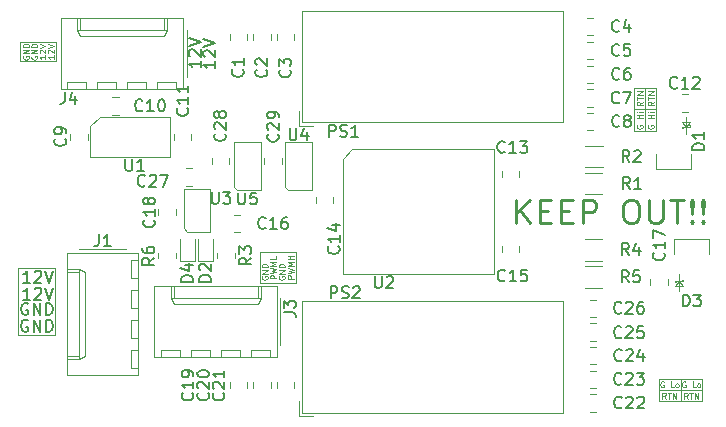
<source format=gto>
G04 #@! TF.GenerationSoftware,KiCad,Pcbnew,(5.1.6)-1*
G04 #@! TF.CreationDate,2021-04-15T23:13:23+02:00*
G04 #@! TF.ProjectId,GateDriver,47617465-4472-4697-9665-722e6b696361,rev?*
G04 #@! TF.SameCoordinates,Original*
G04 #@! TF.FileFunction,Legend,Top*
G04 #@! TF.FilePolarity,Positive*
%FSLAX46Y46*%
G04 Gerber Fmt 4.6, Leading zero omitted, Abs format (unit mm)*
G04 Created by KiCad (PCBNEW (5.1.6)-1) date 2021-04-15 23:13:23*
%MOMM*%
%LPD*%
G01*
G04 APERTURE LIST*
%ADD10C,0.120000*%
%ADD11C,0.125000*%
%ADD12C,0.150000*%
%ADD13C,0.254000*%
%ADD14C,0.050000*%
G04 APERTURE END LIST*
D10*
X55750000Y-54750000D02*
X58850000Y-54750000D01*
X55750000Y-53100000D02*
X55750000Y-54750000D01*
X58850000Y-53100000D02*
X55750000Y-53100000D01*
X58850000Y-54750000D02*
X58850000Y-53100000D01*
X58700000Y-72300000D02*
X58700000Y-77900000D01*
X55600000Y-72300000D02*
X58700000Y-72300000D01*
X55600000Y-77900000D02*
X55600000Y-72300000D01*
X58700000Y-77900000D02*
X55600000Y-77900000D01*
X76050000Y-70950000D02*
X76050000Y-73500000D01*
X79150000Y-70950000D02*
X76050000Y-70950000D01*
X79150000Y-73500000D02*
X79150000Y-70950000D01*
X76050000Y-73500000D02*
X79150000Y-73500000D01*
D11*
X112111904Y-81900000D02*
X112064285Y-81876190D01*
X111992857Y-81876190D01*
X111921428Y-81900000D01*
X111873809Y-81947619D01*
X111850000Y-81995238D01*
X111826190Y-82090476D01*
X111826190Y-82161904D01*
X111850000Y-82257142D01*
X111873809Y-82304761D01*
X111921428Y-82352380D01*
X111992857Y-82376190D01*
X112040476Y-82376190D01*
X112111904Y-82352380D01*
X112135714Y-82328571D01*
X112135714Y-82161904D01*
X112040476Y-82161904D01*
X112969047Y-82376190D02*
X112730952Y-82376190D01*
X112730952Y-81876190D01*
X113207142Y-82376190D02*
X113159523Y-82352380D01*
X113135714Y-82328571D01*
X113111904Y-82280952D01*
X113111904Y-82138095D01*
X113135714Y-82090476D01*
X113159523Y-82066666D01*
X113207142Y-82042857D01*
X113278571Y-82042857D01*
X113326190Y-82066666D01*
X113350000Y-82090476D01*
X113373809Y-82138095D01*
X113373809Y-82280952D01*
X113350000Y-82328571D01*
X113326190Y-82352380D01*
X113278571Y-82376190D01*
X113207142Y-82376190D01*
X110452380Y-83326190D02*
X110285714Y-83088095D01*
X110166666Y-83326190D02*
X110166666Y-82826190D01*
X110357142Y-82826190D01*
X110404761Y-82850000D01*
X110428571Y-82873809D01*
X110452380Y-82921428D01*
X110452380Y-82992857D01*
X110428571Y-83040476D01*
X110404761Y-83064285D01*
X110357142Y-83088095D01*
X110166666Y-83088095D01*
X110595238Y-82826190D02*
X110880952Y-82826190D01*
X110738095Y-83326190D02*
X110738095Y-82826190D01*
X111047619Y-83326190D02*
X111047619Y-82826190D01*
X111333333Y-83326190D01*
X111333333Y-82826190D01*
X110261904Y-81900000D02*
X110214285Y-81876190D01*
X110142857Y-81876190D01*
X110071428Y-81900000D01*
X110023809Y-81947619D01*
X110000000Y-81995238D01*
X109976190Y-82090476D01*
X109976190Y-82161904D01*
X110000000Y-82257142D01*
X110023809Y-82304761D01*
X110071428Y-82352380D01*
X110142857Y-82376190D01*
X110190476Y-82376190D01*
X110261904Y-82352380D01*
X110285714Y-82328571D01*
X110285714Y-82161904D01*
X110190476Y-82161904D01*
X111119047Y-82376190D02*
X110880952Y-82376190D01*
X110880952Y-81876190D01*
X111357142Y-82376190D02*
X111309523Y-82352380D01*
X111285714Y-82328571D01*
X111261904Y-82280952D01*
X111261904Y-82138095D01*
X111285714Y-82090476D01*
X111309523Y-82066666D01*
X111357142Y-82042857D01*
X111428571Y-82042857D01*
X111476190Y-82066666D01*
X111500000Y-82090476D01*
X111523809Y-82138095D01*
X111523809Y-82280952D01*
X111500000Y-82328571D01*
X111476190Y-82352380D01*
X111428571Y-82376190D01*
X111357142Y-82376190D01*
X112302380Y-83326190D02*
X112135714Y-83088095D01*
X112016666Y-83326190D02*
X112016666Y-82826190D01*
X112207142Y-82826190D01*
X112254761Y-82850000D01*
X112278571Y-82873809D01*
X112302380Y-82921428D01*
X112302380Y-82992857D01*
X112278571Y-83040476D01*
X112254761Y-83064285D01*
X112207142Y-83088095D01*
X112016666Y-83088095D01*
X112445238Y-82826190D02*
X112730952Y-82826190D01*
X112588095Y-83326190D02*
X112588095Y-82826190D01*
X112897619Y-83326190D02*
X112897619Y-82826190D01*
X113183333Y-83326190D01*
X113183333Y-82826190D01*
D10*
X109850000Y-82600000D02*
X113450000Y-82600000D01*
X113500000Y-81650000D02*
X113500000Y-83500000D01*
X109850000Y-83500000D02*
X109850000Y-81650000D01*
X111700000Y-81650000D02*
X111700000Y-83500000D01*
X109850000Y-81650000D02*
X113450000Y-81650000D01*
X113500000Y-83500000D02*
X109850000Y-83500000D01*
X108700000Y-60650000D02*
X108700000Y-57050000D01*
X107750000Y-58800000D02*
X109600000Y-58800000D01*
X107750000Y-60650000D02*
X107750000Y-57050000D01*
X109600000Y-60650000D02*
X107750000Y-60650000D01*
X109600000Y-57050000D02*
X109600000Y-60650000D01*
X107750000Y-57050000D02*
X109600000Y-57050000D01*
D11*
X109426190Y-58197619D02*
X109188095Y-58364285D01*
X109426190Y-58483333D02*
X108926190Y-58483333D01*
X108926190Y-58292857D01*
X108950000Y-58245238D01*
X108973809Y-58221428D01*
X109021428Y-58197619D01*
X109092857Y-58197619D01*
X109140476Y-58221428D01*
X109164285Y-58245238D01*
X109188095Y-58292857D01*
X109188095Y-58483333D01*
X108926190Y-58054761D02*
X108926190Y-57769047D01*
X109426190Y-57911904D02*
X108926190Y-57911904D01*
X109426190Y-57602380D02*
X108926190Y-57602380D01*
X109426190Y-57316666D01*
X108926190Y-57316666D01*
X108476190Y-58197619D02*
X108238095Y-58364285D01*
X108476190Y-58483333D02*
X107976190Y-58483333D01*
X107976190Y-58292857D01*
X108000000Y-58245238D01*
X108023809Y-58221428D01*
X108071428Y-58197619D01*
X108142857Y-58197619D01*
X108190476Y-58221428D01*
X108214285Y-58245238D01*
X108238095Y-58292857D01*
X108238095Y-58483333D01*
X107976190Y-58054761D02*
X107976190Y-57769047D01*
X108476190Y-57911904D02*
X107976190Y-57911904D01*
X108476190Y-57602380D02*
X107976190Y-57602380D01*
X108476190Y-57316666D01*
X107976190Y-57316666D01*
X108950000Y-60190476D02*
X108926190Y-60238095D01*
X108926190Y-60309523D01*
X108950000Y-60380952D01*
X108997619Y-60428571D01*
X109045238Y-60452380D01*
X109140476Y-60476190D01*
X109211904Y-60476190D01*
X109307142Y-60452380D01*
X109354761Y-60428571D01*
X109402380Y-60380952D01*
X109426190Y-60309523D01*
X109426190Y-60261904D01*
X109402380Y-60190476D01*
X109378571Y-60166666D01*
X109211904Y-60166666D01*
X109211904Y-60261904D01*
X109426190Y-59571428D02*
X108926190Y-59571428D01*
X109164285Y-59571428D02*
X109164285Y-59285714D01*
X109426190Y-59285714D02*
X108926190Y-59285714D01*
X109426190Y-59047619D02*
X109092857Y-59047619D01*
X108926190Y-59047619D02*
X108950000Y-59071428D01*
X108973809Y-59047619D01*
X108950000Y-59023809D01*
X108926190Y-59047619D01*
X108973809Y-59047619D01*
X108000000Y-60190476D02*
X107976190Y-60238095D01*
X107976190Y-60309523D01*
X108000000Y-60380952D01*
X108047619Y-60428571D01*
X108095238Y-60452380D01*
X108190476Y-60476190D01*
X108261904Y-60476190D01*
X108357142Y-60452380D01*
X108404761Y-60428571D01*
X108452380Y-60380952D01*
X108476190Y-60309523D01*
X108476190Y-60261904D01*
X108452380Y-60190476D01*
X108428571Y-60166666D01*
X108261904Y-60166666D01*
X108261904Y-60261904D01*
X108476190Y-59571428D02*
X107976190Y-59571428D01*
X108214285Y-59571428D02*
X108214285Y-59285714D01*
X108476190Y-59285714D02*
X107976190Y-59285714D01*
X108476190Y-59047619D02*
X108142857Y-59047619D01*
X107976190Y-59047619D02*
X108000000Y-59071428D01*
X108023809Y-59047619D01*
X108000000Y-59023809D01*
X107976190Y-59047619D01*
X108023809Y-59047619D01*
X58626190Y-54259523D02*
X58626190Y-54545238D01*
X58626190Y-54402380D02*
X58126190Y-54402380D01*
X58197619Y-54450000D01*
X58245238Y-54497619D01*
X58269047Y-54545238D01*
X58173809Y-54069047D02*
X58150000Y-54045238D01*
X58126190Y-53997619D01*
X58126190Y-53878571D01*
X58150000Y-53830952D01*
X58173809Y-53807142D01*
X58221428Y-53783333D01*
X58269047Y-53783333D01*
X58340476Y-53807142D01*
X58626190Y-54092857D01*
X58626190Y-53783333D01*
X58126190Y-53640476D02*
X58626190Y-53473809D01*
X58126190Y-53307142D01*
X57926190Y-54259523D02*
X57926190Y-54545238D01*
X57926190Y-54402380D02*
X57426190Y-54402380D01*
X57497619Y-54450000D01*
X57545238Y-54497619D01*
X57569047Y-54545238D01*
X57473809Y-54069047D02*
X57450000Y-54045238D01*
X57426190Y-53997619D01*
X57426190Y-53878571D01*
X57450000Y-53830952D01*
X57473809Y-53807142D01*
X57521428Y-53783333D01*
X57569047Y-53783333D01*
X57640476Y-53807142D01*
X57926190Y-54092857D01*
X57926190Y-53783333D01*
X57426190Y-53640476D02*
X57926190Y-53473809D01*
X57426190Y-53307142D01*
X56050000Y-54330952D02*
X56026190Y-54378571D01*
X56026190Y-54450000D01*
X56050000Y-54521428D01*
X56097619Y-54569047D01*
X56145238Y-54592857D01*
X56240476Y-54616666D01*
X56311904Y-54616666D01*
X56407142Y-54592857D01*
X56454761Y-54569047D01*
X56502380Y-54521428D01*
X56526190Y-54450000D01*
X56526190Y-54402380D01*
X56502380Y-54330952D01*
X56478571Y-54307142D01*
X56311904Y-54307142D01*
X56311904Y-54402380D01*
X56526190Y-54092857D02*
X56026190Y-54092857D01*
X56526190Y-53807142D01*
X56026190Y-53807142D01*
X56526190Y-53569047D02*
X56026190Y-53569047D01*
X56026190Y-53450000D01*
X56050000Y-53378571D01*
X56097619Y-53330952D01*
X56145238Y-53307142D01*
X56240476Y-53283333D01*
X56311904Y-53283333D01*
X56407142Y-53307142D01*
X56454761Y-53330952D01*
X56502380Y-53378571D01*
X56526190Y-53450000D01*
X56526190Y-53569047D01*
X76250000Y-72980952D02*
X76226190Y-73028571D01*
X76226190Y-73100000D01*
X76250000Y-73171428D01*
X76297619Y-73219047D01*
X76345238Y-73242857D01*
X76440476Y-73266666D01*
X76511904Y-73266666D01*
X76607142Y-73242857D01*
X76654761Y-73219047D01*
X76702380Y-73171428D01*
X76726190Y-73100000D01*
X76726190Y-73052380D01*
X76702380Y-72980952D01*
X76678571Y-72957142D01*
X76511904Y-72957142D01*
X76511904Y-73052380D01*
X76726190Y-72742857D02*
X76226190Y-72742857D01*
X76726190Y-72457142D01*
X76226190Y-72457142D01*
X76726190Y-72219047D02*
X76226190Y-72219047D01*
X76226190Y-72100000D01*
X76250000Y-72028571D01*
X76297619Y-71980952D01*
X76345238Y-71957142D01*
X76440476Y-71933333D01*
X76511904Y-71933333D01*
X76607142Y-71957142D01*
X76654761Y-71980952D01*
X76702380Y-72028571D01*
X76726190Y-72100000D01*
X76726190Y-72219047D01*
X77476190Y-73154761D02*
X76976190Y-73154761D01*
X76976190Y-72964285D01*
X77000000Y-72916666D01*
X77023809Y-72892857D01*
X77071428Y-72869047D01*
X77142857Y-72869047D01*
X77190476Y-72892857D01*
X77214285Y-72916666D01*
X77238095Y-72964285D01*
X77238095Y-73154761D01*
X76976190Y-72702380D02*
X77476190Y-72583333D01*
X77119047Y-72488095D01*
X77476190Y-72392857D01*
X76976190Y-72273809D01*
X77476190Y-72083333D02*
X76976190Y-72083333D01*
X77333333Y-71916666D01*
X76976190Y-71750000D01*
X77476190Y-71750000D01*
X77476190Y-71273809D02*
X77476190Y-71511904D01*
X76976190Y-71511904D01*
X78926190Y-73164285D02*
X78426190Y-73164285D01*
X78426190Y-72973809D01*
X78450000Y-72926190D01*
X78473809Y-72902380D01*
X78521428Y-72878571D01*
X78592857Y-72878571D01*
X78640476Y-72902380D01*
X78664285Y-72926190D01*
X78688095Y-72973809D01*
X78688095Y-73164285D01*
X78426190Y-72711904D02*
X78926190Y-72592857D01*
X78569047Y-72497619D01*
X78926190Y-72402380D01*
X78426190Y-72283333D01*
X78926190Y-72092857D02*
X78426190Y-72092857D01*
X78783333Y-71926190D01*
X78426190Y-71759523D01*
X78926190Y-71759523D01*
X78926190Y-71521428D02*
X78426190Y-71521428D01*
X78664285Y-71521428D02*
X78664285Y-71235714D01*
X78926190Y-71235714D02*
X78426190Y-71235714D01*
D12*
X72302380Y-54769047D02*
X72302380Y-55340476D01*
X72302380Y-55054761D02*
X71302380Y-55054761D01*
X71445238Y-55150000D01*
X71540476Y-55245238D01*
X71588095Y-55340476D01*
X71397619Y-54388095D02*
X71350000Y-54340476D01*
X71302380Y-54245238D01*
X71302380Y-54007142D01*
X71350000Y-53911904D01*
X71397619Y-53864285D01*
X71492857Y-53816666D01*
X71588095Y-53816666D01*
X71730952Y-53864285D01*
X72302380Y-54435714D01*
X72302380Y-53816666D01*
X71302380Y-53530952D02*
X72302380Y-53197619D01*
X71302380Y-52864285D01*
X71052380Y-54719047D02*
X71052380Y-55290476D01*
X71052380Y-55004761D02*
X70052380Y-55004761D01*
X70195238Y-55100000D01*
X70290476Y-55195238D01*
X70338095Y-55290476D01*
X70147619Y-54338095D02*
X70100000Y-54290476D01*
X70052380Y-54195238D01*
X70052380Y-53957142D01*
X70100000Y-53861904D01*
X70147619Y-53814285D01*
X70242857Y-53766666D01*
X70338095Y-53766666D01*
X70480952Y-53814285D01*
X71052380Y-54385714D01*
X71052380Y-53766666D01*
X70052380Y-53480952D02*
X71052380Y-53147619D01*
X70052380Y-52814285D01*
D11*
X56750000Y-54330952D02*
X56726190Y-54378571D01*
X56726190Y-54450000D01*
X56750000Y-54521428D01*
X56797619Y-54569047D01*
X56845238Y-54592857D01*
X56940476Y-54616666D01*
X57011904Y-54616666D01*
X57107142Y-54592857D01*
X57154761Y-54569047D01*
X57202380Y-54521428D01*
X57226190Y-54450000D01*
X57226190Y-54402380D01*
X57202380Y-54330952D01*
X57178571Y-54307142D01*
X57011904Y-54307142D01*
X57011904Y-54402380D01*
X57226190Y-54092857D02*
X56726190Y-54092857D01*
X57226190Y-53807142D01*
X56726190Y-53807142D01*
X57226190Y-53569047D02*
X56726190Y-53569047D01*
X56726190Y-53450000D01*
X56750000Y-53378571D01*
X56797619Y-53330952D01*
X56845238Y-53307142D01*
X56940476Y-53283333D01*
X57011904Y-53283333D01*
X57107142Y-53307142D01*
X57154761Y-53330952D01*
X57202380Y-53378571D01*
X57226190Y-53450000D01*
X57226190Y-53569047D01*
X77700000Y-72980952D02*
X77676190Y-73028571D01*
X77676190Y-73100000D01*
X77700000Y-73171428D01*
X77747619Y-73219047D01*
X77795238Y-73242857D01*
X77890476Y-73266666D01*
X77961904Y-73266666D01*
X78057142Y-73242857D01*
X78104761Y-73219047D01*
X78152380Y-73171428D01*
X78176190Y-73100000D01*
X78176190Y-73052380D01*
X78152380Y-72980952D01*
X78128571Y-72957142D01*
X77961904Y-72957142D01*
X77961904Y-73052380D01*
X78176190Y-72742857D02*
X77676190Y-72742857D01*
X78176190Y-72457142D01*
X77676190Y-72457142D01*
X78176190Y-72219047D02*
X77676190Y-72219047D01*
X77676190Y-72100000D01*
X77700000Y-72028571D01*
X77747619Y-71980952D01*
X77795238Y-71957142D01*
X77890476Y-71933333D01*
X77961904Y-71933333D01*
X78057142Y-71957142D01*
X78104761Y-71980952D01*
X78152380Y-72028571D01*
X78176190Y-72100000D01*
X78176190Y-72219047D01*
D12*
X56438095Y-76700000D02*
X56342857Y-76652380D01*
X56200000Y-76652380D01*
X56057142Y-76700000D01*
X55961904Y-76795238D01*
X55914285Y-76890476D01*
X55866666Y-77080952D01*
X55866666Y-77223809D01*
X55914285Y-77414285D01*
X55961904Y-77509523D01*
X56057142Y-77604761D01*
X56200000Y-77652380D01*
X56295238Y-77652380D01*
X56438095Y-77604761D01*
X56485714Y-77557142D01*
X56485714Y-77223809D01*
X56295238Y-77223809D01*
X56914285Y-77652380D02*
X56914285Y-76652380D01*
X57485714Y-77652380D01*
X57485714Y-76652380D01*
X57961904Y-77652380D02*
X57961904Y-76652380D01*
X58200000Y-76652380D01*
X58342857Y-76700000D01*
X58438095Y-76795238D01*
X58485714Y-76890476D01*
X58533333Y-77080952D01*
X58533333Y-77223809D01*
X58485714Y-77414285D01*
X58438095Y-77509523D01*
X58342857Y-77604761D01*
X58200000Y-77652380D01*
X57961904Y-77652380D01*
X56438095Y-75300000D02*
X56342857Y-75252380D01*
X56200000Y-75252380D01*
X56057142Y-75300000D01*
X55961904Y-75395238D01*
X55914285Y-75490476D01*
X55866666Y-75680952D01*
X55866666Y-75823809D01*
X55914285Y-76014285D01*
X55961904Y-76109523D01*
X56057142Y-76204761D01*
X56200000Y-76252380D01*
X56295238Y-76252380D01*
X56438095Y-76204761D01*
X56485714Y-76157142D01*
X56485714Y-75823809D01*
X56295238Y-75823809D01*
X56914285Y-76252380D02*
X56914285Y-75252380D01*
X57485714Y-76252380D01*
X57485714Y-75252380D01*
X57961904Y-76252380D02*
X57961904Y-75252380D01*
X58200000Y-75252380D01*
X58342857Y-75300000D01*
X58438095Y-75395238D01*
X58485714Y-75490476D01*
X58533333Y-75680952D01*
X58533333Y-75823809D01*
X58485714Y-76014285D01*
X58438095Y-76109523D01*
X58342857Y-76204761D01*
X58200000Y-76252380D01*
X57961904Y-76252380D01*
X56630952Y-74952380D02*
X56059523Y-74952380D01*
X56345238Y-74952380D02*
X56345238Y-73952380D01*
X56250000Y-74095238D01*
X56154761Y-74190476D01*
X56059523Y-74238095D01*
X57011904Y-74047619D02*
X57059523Y-74000000D01*
X57154761Y-73952380D01*
X57392857Y-73952380D01*
X57488095Y-74000000D01*
X57535714Y-74047619D01*
X57583333Y-74142857D01*
X57583333Y-74238095D01*
X57535714Y-74380952D01*
X56964285Y-74952380D01*
X57583333Y-74952380D01*
X57869047Y-73952380D02*
X58202380Y-74952380D01*
X58535714Y-73952380D01*
X56630952Y-73502380D02*
X56059523Y-73502380D01*
X56345238Y-73502380D02*
X56345238Y-72502380D01*
X56250000Y-72645238D01*
X56154761Y-72740476D01*
X56059523Y-72788095D01*
X57011904Y-72597619D02*
X57059523Y-72550000D01*
X57154761Y-72502380D01*
X57392857Y-72502380D01*
X57488095Y-72550000D01*
X57535714Y-72597619D01*
X57583333Y-72692857D01*
X57583333Y-72788095D01*
X57535714Y-72930952D01*
X56964285Y-73502380D01*
X57583333Y-73502380D01*
X57869047Y-72502380D02*
X58202380Y-73502380D01*
X58535714Y-72502380D01*
D13*
X97795238Y-68479761D02*
X97795238Y-66479761D01*
X98938095Y-68479761D02*
X98080952Y-67336904D01*
X98938095Y-66479761D02*
X97795238Y-67622619D01*
X99795238Y-67432142D02*
X100461904Y-67432142D01*
X100747619Y-68479761D02*
X99795238Y-68479761D01*
X99795238Y-66479761D01*
X100747619Y-66479761D01*
X101604761Y-67432142D02*
X102271428Y-67432142D01*
X102557142Y-68479761D02*
X101604761Y-68479761D01*
X101604761Y-66479761D01*
X102557142Y-66479761D01*
X103414285Y-68479761D02*
X103414285Y-66479761D01*
X104176190Y-66479761D01*
X104366666Y-66575000D01*
X104461904Y-66670238D01*
X104557142Y-66860714D01*
X104557142Y-67146428D01*
X104461904Y-67336904D01*
X104366666Y-67432142D01*
X104176190Y-67527380D01*
X103414285Y-67527380D01*
X107319047Y-66479761D02*
X107700000Y-66479761D01*
X107890476Y-66575000D01*
X108080952Y-66765476D01*
X108176190Y-67146428D01*
X108176190Y-67813095D01*
X108080952Y-68194047D01*
X107890476Y-68384523D01*
X107700000Y-68479761D01*
X107319047Y-68479761D01*
X107128571Y-68384523D01*
X106938095Y-68194047D01*
X106842857Y-67813095D01*
X106842857Y-67146428D01*
X106938095Y-66765476D01*
X107128571Y-66575000D01*
X107319047Y-66479761D01*
X109033333Y-66479761D02*
X109033333Y-68098809D01*
X109128571Y-68289285D01*
X109223809Y-68384523D01*
X109414285Y-68479761D01*
X109795238Y-68479761D01*
X109985714Y-68384523D01*
X110080952Y-68289285D01*
X110176190Y-68098809D01*
X110176190Y-66479761D01*
X110842857Y-66479761D02*
X111985714Y-66479761D01*
X111414285Y-68479761D02*
X111414285Y-66479761D01*
X112652380Y-68289285D02*
X112747619Y-68384523D01*
X112652380Y-68479761D01*
X112557142Y-68384523D01*
X112652380Y-68289285D01*
X112652380Y-68479761D01*
X112652380Y-67717857D02*
X112557142Y-66575000D01*
X112652380Y-66479761D01*
X112747619Y-66575000D01*
X112652380Y-67717857D01*
X112652380Y-66479761D01*
X113604761Y-68289285D02*
X113699999Y-68384523D01*
X113604761Y-68479761D01*
X113509523Y-68384523D01*
X113604761Y-68289285D01*
X113604761Y-68479761D01*
X113604761Y-67717857D02*
X113509523Y-66575000D01*
X113604761Y-66479761D01*
X113699999Y-66575000D01*
X113604761Y-67717857D01*
X113604761Y-66479761D01*
D14*
X111225000Y-73475000D02*
X111300000Y-73475000D01*
X111225000Y-73375000D02*
X111225000Y-73475000D01*
X111575000Y-73375000D02*
X111225000Y-73375000D01*
X111925000Y-73275000D02*
X111850000Y-73275000D01*
X111925000Y-73375000D02*
X111925000Y-73275000D01*
X111575000Y-73375000D02*
X111925000Y-73375000D01*
X111225000Y-73800000D02*
X111575000Y-73375000D01*
X111925000Y-73800000D02*
X111225000Y-73800000D01*
X111575000Y-73375000D02*
X111925000Y-73800000D01*
X111575000Y-74225000D02*
X111575000Y-72750000D01*
X114075000Y-71050000D02*
X114075000Y-69825000D01*
X114075000Y-69825000D02*
X111175000Y-69825000D01*
X111175000Y-69825000D02*
X111175000Y-71050000D01*
X112500000Y-60200000D02*
X112425000Y-60200000D01*
X112500000Y-60300000D02*
X112500000Y-60200000D01*
X112150000Y-60300000D02*
X112500000Y-60300000D01*
X111800000Y-60400000D02*
X111875000Y-60400000D01*
X111800000Y-60300000D02*
X111800000Y-60400000D01*
X112150000Y-60300000D02*
X111800000Y-60300000D01*
X112500000Y-59875000D02*
X112150000Y-60300000D01*
X111800000Y-59875000D02*
X112500000Y-59875000D01*
X112150000Y-60300000D02*
X111800000Y-59875000D01*
X112150000Y-59450000D02*
X112150000Y-60925000D01*
X109650000Y-62625000D02*
X109650000Y-63850000D01*
X109650000Y-63850000D02*
X112550000Y-63850000D01*
X112550000Y-63850000D02*
X112550000Y-62625000D01*
D10*
X69580000Y-57130000D02*
X69580000Y-51110000D01*
X69580000Y-51110000D02*
X59200000Y-51110000D01*
X59200000Y-51110000D02*
X59200000Y-57130000D01*
X59200000Y-57130000D02*
X69580000Y-57130000D01*
X69870000Y-56100000D02*
X69870000Y-52100000D01*
X68200000Y-51110000D02*
X68200000Y-52110000D01*
X68200000Y-52110000D02*
X60580000Y-52110000D01*
X60580000Y-52110000D02*
X60580000Y-51110000D01*
X68200000Y-52110000D02*
X67950000Y-52640000D01*
X67950000Y-52640000D02*
X60830000Y-52640000D01*
X60830000Y-52640000D02*
X60580000Y-52110000D01*
X67950000Y-51110000D02*
X67950000Y-52110000D01*
X60830000Y-51110000D02*
X60830000Y-52110000D01*
X69000000Y-57130000D02*
X69000000Y-56530000D01*
X69000000Y-56530000D02*
X67400000Y-56530000D01*
X67400000Y-56530000D02*
X67400000Y-57130000D01*
X66460000Y-57130000D02*
X66460000Y-56530000D01*
X66460000Y-56530000D02*
X64860000Y-56530000D01*
X64860000Y-56530000D02*
X64860000Y-57130000D01*
X63920000Y-57130000D02*
X63920000Y-56530000D01*
X63920000Y-56530000D02*
X62320000Y-56530000D01*
X62320000Y-56530000D02*
X62320000Y-57130000D01*
X61380000Y-57130000D02*
X61380000Y-56530000D01*
X61380000Y-56530000D02*
X59780000Y-56530000D01*
X59780000Y-56530000D02*
X59780000Y-57130000D01*
X77530000Y-79830000D02*
X77530000Y-73810000D01*
X77530000Y-73810000D02*
X67150000Y-73810000D01*
X67150000Y-73810000D02*
X67150000Y-79830000D01*
X67150000Y-79830000D02*
X77530000Y-79830000D01*
X77820000Y-78800000D02*
X77820000Y-74800000D01*
X76150000Y-73810000D02*
X76150000Y-74810000D01*
X76150000Y-74810000D02*
X68530000Y-74810000D01*
X68530000Y-74810000D02*
X68530000Y-73810000D01*
X76150000Y-74810000D02*
X75900000Y-75340000D01*
X75900000Y-75340000D02*
X68780000Y-75340000D01*
X68780000Y-75340000D02*
X68530000Y-74810000D01*
X75900000Y-73810000D02*
X75900000Y-74810000D01*
X68780000Y-73810000D02*
X68780000Y-74810000D01*
X76950000Y-79830000D02*
X76950000Y-79230000D01*
X76950000Y-79230000D02*
X75350000Y-79230000D01*
X75350000Y-79230000D02*
X75350000Y-79830000D01*
X74410000Y-79830000D02*
X74410000Y-79230000D01*
X74410000Y-79230000D02*
X72810000Y-79230000D01*
X72810000Y-79230000D02*
X72810000Y-79830000D01*
X71870000Y-79830000D02*
X71870000Y-79230000D01*
X71870000Y-79230000D02*
X70270000Y-79230000D01*
X70270000Y-79230000D02*
X70270000Y-79830000D01*
X69330000Y-79830000D02*
X69330000Y-79230000D01*
X69330000Y-79230000D02*
X67730000Y-79230000D01*
X67730000Y-79230000D02*
X67730000Y-79830000D01*
X65780000Y-70970000D02*
X59760000Y-70970000D01*
X59760000Y-70970000D02*
X59760000Y-81350000D01*
X59760000Y-81350000D02*
X65780000Y-81350000D01*
X65780000Y-81350000D02*
X65780000Y-70970000D01*
X64750000Y-70680000D02*
X60750000Y-70680000D01*
X59760000Y-72350000D02*
X60760000Y-72350000D01*
X60760000Y-72350000D02*
X60760000Y-79970000D01*
X60760000Y-79970000D02*
X59760000Y-79970000D01*
X60760000Y-72350000D02*
X61290000Y-72600000D01*
X61290000Y-72600000D02*
X61290000Y-79720000D01*
X61290000Y-79720000D02*
X60760000Y-79970000D01*
X59760000Y-72600000D02*
X60760000Y-72600000D01*
X59760000Y-79720000D02*
X60760000Y-79720000D01*
X65780000Y-71550000D02*
X65180000Y-71550000D01*
X65180000Y-71550000D02*
X65180000Y-73150000D01*
X65180000Y-73150000D02*
X65780000Y-73150000D01*
X65780000Y-74090000D02*
X65180000Y-74090000D01*
X65180000Y-74090000D02*
X65180000Y-75690000D01*
X65180000Y-75690000D02*
X65780000Y-75690000D01*
X65780000Y-76630000D02*
X65180000Y-76630000D01*
X65180000Y-76630000D02*
X65180000Y-78230000D01*
X65180000Y-78230000D02*
X65780000Y-78230000D01*
X65780000Y-79170000D02*
X65180000Y-79170000D01*
X65180000Y-79170000D02*
X65180000Y-80770000D01*
X65180000Y-80770000D02*
X65780000Y-80770000D01*
X70875000Y-71700000D02*
X72075000Y-71700000D01*
X70875000Y-69850000D02*
X70875000Y-71700000D01*
X72075000Y-69850000D02*
X72075000Y-71700000D01*
X70550000Y-69850000D02*
X70550000Y-71700000D01*
X69350000Y-69850000D02*
X69350000Y-71700000D01*
X69350000Y-71700000D02*
X70550000Y-71700000D01*
X67490000Y-67811252D02*
X67490000Y-67288748D01*
X68960000Y-67811252D02*
X68960000Y-67288748D01*
X73913748Y-67765000D02*
X74436252Y-67765000D01*
X73913748Y-69235000D02*
X74436252Y-69235000D01*
X73960000Y-71010436D02*
X73960000Y-71464564D01*
X72490000Y-71010436D02*
X72490000Y-71464564D01*
X68935000Y-71010436D02*
X68935000Y-71464564D01*
X67465000Y-71010436D02*
X67465000Y-71464564D01*
X71850000Y-69200000D02*
X69950000Y-69200000D01*
X71850000Y-65600000D02*
X71850000Y-69200000D01*
X69650000Y-65600000D02*
X71850000Y-65600000D01*
X69650000Y-68900000D02*
X69650000Y-65600000D01*
X69950000Y-69200000D02*
X69650000Y-68900000D01*
X74150000Y-65700000D02*
X73850000Y-65400000D01*
X73850000Y-65400000D02*
X73850000Y-61600000D01*
X73850000Y-61600000D02*
X76150000Y-61600000D01*
X76150000Y-61600000D02*
X76150000Y-65700000D01*
X76150000Y-65700000D02*
X74150000Y-65700000D01*
X78500000Y-65700000D02*
X78200000Y-65400000D01*
X78200000Y-65400000D02*
X78200000Y-61600000D01*
X78200000Y-61600000D02*
X80500000Y-61600000D01*
X80500000Y-61600000D02*
X80500000Y-65700000D01*
X80500000Y-65700000D02*
X78500000Y-65700000D01*
X61700000Y-60275000D02*
X62500000Y-59475000D01*
X62500000Y-59475000D02*
X68500000Y-59475000D01*
X68500000Y-59475000D02*
X68500000Y-62875000D01*
X68500000Y-62875000D02*
X61700000Y-62875000D01*
X61700000Y-62875000D02*
X61700000Y-60275000D01*
X105039564Y-73935000D02*
X103585436Y-73935000D01*
X105039564Y-72115000D02*
X103585436Y-72115000D01*
X105039564Y-71635000D02*
X103585436Y-71635000D01*
X105039564Y-69815000D02*
X103585436Y-69815000D01*
X105089564Y-63760000D02*
X103635436Y-63760000D01*
X105089564Y-61940000D02*
X103635436Y-61940000D01*
X105077064Y-66035000D02*
X103622936Y-66035000D01*
X105077064Y-64215000D02*
X103622936Y-64215000D01*
X77935000Y-62938748D02*
X77935000Y-63461252D01*
X76465000Y-62938748D02*
X76465000Y-63461252D01*
X73485000Y-62938748D02*
X73485000Y-63461252D01*
X72015000Y-62938748D02*
X72015000Y-63461252D01*
X70311252Y-65310000D02*
X69788748Y-65310000D01*
X70311252Y-63840000D02*
X69788748Y-63840000D01*
X104536252Y-76410000D02*
X104013748Y-76410000D01*
X104536252Y-74940000D02*
X104013748Y-74940000D01*
X104536252Y-78435000D02*
X104013748Y-78435000D01*
X104536252Y-76965000D02*
X104013748Y-76965000D01*
X104536252Y-80435000D02*
X104013748Y-80435000D01*
X104536252Y-78965000D02*
X104013748Y-78965000D01*
X104536252Y-82435000D02*
X104013748Y-82435000D01*
X104536252Y-80965000D02*
X104013748Y-80965000D01*
X104536252Y-84435000D02*
X104013748Y-84435000D01*
X104536252Y-82965000D02*
X104013748Y-82965000D01*
X78985000Y-81938748D02*
X78985000Y-82461252D01*
X77515000Y-81938748D02*
X77515000Y-82461252D01*
X76985000Y-81938748D02*
X76985000Y-82461252D01*
X75515000Y-81938748D02*
X75515000Y-82461252D01*
X74985000Y-81938748D02*
X74985000Y-82461252D01*
X73515000Y-81938748D02*
X73515000Y-82461252D01*
X109140000Y-73711252D02*
X109140000Y-73188748D01*
X110610000Y-73711252D02*
X110610000Y-73188748D01*
X96565000Y-70911252D02*
X96565000Y-70388748D01*
X98035000Y-70911252D02*
X98035000Y-70388748D01*
X82260000Y-66263748D02*
X82260000Y-66786252D01*
X80790000Y-66263748D02*
X80790000Y-66786252D01*
X96565000Y-64561252D02*
X96565000Y-64038748D01*
X98035000Y-64561252D02*
X98035000Y-64038748D01*
X111788748Y-57565000D02*
X112311252Y-57565000D01*
X111788748Y-59035000D02*
X112311252Y-59035000D01*
X68815000Y-61411252D02*
X68815000Y-60888748D01*
X70285000Y-61411252D02*
X70285000Y-60888748D01*
X64111252Y-59285000D02*
X63588748Y-59285000D01*
X64111252Y-57815000D02*
X63588748Y-57815000D01*
X60040000Y-61411252D02*
X60040000Y-60888748D01*
X61510000Y-61411252D02*
X61510000Y-60888748D01*
X104311252Y-60610000D02*
X103788748Y-60610000D01*
X104311252Y-59140000D02*
X103788748Y-59140000D01*
X104311252Y-58610000D02*
X103788748Y-58610000D01*
X104311252Y-57140000D02*
X103788748Y-57140000D01*
X104311252Y-56610000D02*
X103788748Y-56610000D01*
X104311252Y-55140000D02*
X103788748Y-55140000D01*
X104311252Y-54585000D02*
X103788748Y-54585000D01*
X104311252Y-53115000D02*
X103788748Y-53115000D01*
X104311252Y-52560000D02*
X103788748Y-52560000D01*
X104311252Y-51090000D02*
X103788748Y-51090000D01*
X77515000Y-52961252D02*
X77515000Y-52438748D01*
X78985000Y-52961252D02*
X78985000Y-52438748D01*
X75515000Y-52961252D02*
X75515000Y-52438748D01*
X76985000Y-52961252D02*
X76985000Y-52438748D01*
X73515000Y-52961252D02*
X73515000Y-52438748D01*
X74985000Y-52961252D02*
X74985000Y-52438748D01*
X79655000Y-59910000D02*
X101725000Y-59910000D01*
X101725000Y-59910000D02*
X101725000Y-50490000D01*
X101725000Y-50490000D02*
X79655000Y-50490000D01*
X79655000Y-50490000D02*
X79655000Y-59910000D01*
X79355000Y-58960000D02*
X79355000Y-60210000D01*
X79355000Y-60210000D02*
X80605000Y-60210000D01*
X79355000Y-84810000D02*
X80605000Y-84810000D01*
X79355000Y-83560000D02*
X79355000Y-84810000D01*
X79655000Y-75090000D02*
X79655000Y-84510000D01*
X101725000Y-75090000D02*
X79655000Y-75090000D01*
X101725000Y-84510000D02*
X101725000Y-75090000D01*
X79655000Y-84510000D02*
X101725000Y-84510000D01*
X83075000Y-72745000D02*
X83075000Y-63005000D01*
X95875000Y-72745000D02*
X83075000Y-72745000D01*
X95875000Y-62205000D02*
X95875000Y-72745000D01*
X83875000Y-62205000D02*
X95875000Y-62205000D01*
X83075000Y-63005000D02*
X83875000Y-62205000D01*
D12*
X111886904Y-75527380D02*
X111886904Y-74527380D01*
X112125000Y-74527380D01*
X112267857Y-74575000D01*
X112363095Y-74670238D01*
X112410714Y-74765476D01*
X112458333Y-74955952D01*
X112458333Y-75098809D01*
X112410714Y-75289285D01*
X112363095Y-75384523D01*
X112267857Y-75479761D01*
X112125000Y-75527380D01*
X111886904Y-75527380D01*
X112791666Y-74527380D02*
X113410714Y-74527380D01*
X113077380Y-74908333D01*
X113220238Y-74908333D01*
X113315476Y-74955952D01*
X113363095Y-75003571D01*
X113410714Y-75098809D01*
X113410714Y-75336904D01*
X113363095Y-75432142D01*
X113315476Y-75479761D01*
X113220238Y-75527380D01*
X112934523Y-75527380D01*
X112839285Y-75479761D01*
X112791666Y-75432142D01*
X113702380Y-62288095D02*
X112702380Y-62288095D01*
X112702380Y-62050000D01*
X112750000Y-61907142D01*
X112845238Y-61811904D01*
X112940476Y-61764285D01*
X113130952Y-61716666D01*
X113273809Y-61716666D01*
X113464285Y-61764285D01*
X113559523Y-61811904D01*
X113654761Y-61907142D01*
X113702380Y-62050000D01*
X113702380Y-62288095D01*
X113702380Y-60764285D02*
X113702380Y-61335714D01*
X113702380Y-61050000D02*
X112702380Y-61050000D01*
X112845238Y-61145238D01*
X112940476Y-61240476D01*
X112988095Y-61335714D01*
X59541666Y-57377380D02*
X59541666Y-58091666D01*
X59494047Y-58234523D01*
X59398809Y-58329761D01*
X59255952Y-58377380D01*
X59160714Y-58377380D01*
X60446428Y-57710714D02*
X60446428Y-58377380D01*
X60208333Y-57329761D02*
X59970238Y-58044047D01*
X60589285Y-58044047D01*
X78102380Y-76033333D02*
X78816666Y-76033333D01*
X78959523Y-76080952D01*
X79054761Y-76176190D01*
X79102380Y-76319047D01*
X79102380Y-76414285D01*
X78102380Y-75652380D02*
X78102380Y-75033333D01*
X78483333Y-75366666D01*
X78483333Y-75223809D01*
X78530952Y-75128571D01*
X78578571Y-75080952D01*
X78673809Y-75033333D01*
X78911904Y-75033333D01*
X79007142Y-75080952D01*
X79054761Y-75128571D01*
X79102380Y-75223809D01*
X79102380Y-75509523D01*
X79054761Y-75604761D01*
X79007142Y-75652380D01*
X62441666Y-69427380D02*
X62441666Y-70141666D01*
X62394047Y-70284523D01*
X62298809Y-70379761D01*
X62155952Y-70427380D01*
X62060714Y-70427380D01*
X63441666Y-70427380D02*
X62870238Y-70427380D01*
X63155952Y-70427380D02*
X63155952Y-69427380D01*
X63060714Y-69570238D01*
X62965476Y-69665476D01*
X62870238Y-69713095D01*
X71927380Y-73413095D02*
X70927380Y-73413095D01*
X70927380Y-73175000D01*
X70975000Y-73032142D01*
X71070238Y-72936904D01*
X71165476Y-72889285D01*
X71355952Y-72841666D01*
X71498809Y-72841666D01*
X71689285Y-72889285D01*
X71784523Y-72936904D01*
X71879761Y-73032142D01*
X71927380Y-73175000D01*
X71927380Y-73413095D01*
X71022619Y-72460714D02*
X70975000Y-72413095D01*
X70927380Y-72317857D01*
X70927380Y-72079761D01*
X70975000Y-71984523D01*
X71022619Y-71936904D01*
X71117857Y-71889285D01*
X71213095Y-71889285D01*
X71355952Y-71936904D01*
X71927380Y-72508333D01*
X71927380Y-71889285D01*
X70402380Y-73438095D02*
X69402380Y-73438095D01*
X69402380Y-73200000D01*
X69450000Y-73057142D01*
X69545238Y-72961904D01*
X69640476Y-72914285D01*
X69830952Y-72866666D01*
X69973809Y-72866666D01*
X70164285Y-72914285D01*
X70259523Y-72961904D01*
X70354761Y-73057142D01*
X70402380Y-73200000D01*
X70402380Y-73438095D01*
X69735714Y-72009523D02*
X70402380Y-72009523D01*
X69354761Y-72247619D02*
X70069047Y-72485714D01*
X70069047Y-71866666D01*
X67107142Y-68217857D02*
X67154761Y-68265476D01*
X67202380Y-68408333D01*
X67202380Y-68503571D01*
X67154761Y-68646428D01*
X67059523Y-68741666D01*
X66964285Y-68789285D01*
X66773809Y-68836904D01*
X66630952Y-68836904D01*
X66440476Y-68789285D01*
X66345238Y-68741666D01*
X66250000Y-68646428D01*
X66202380Y-68503571D01*
X66202380Y-68408333D01*
X66250000Y-68265476D01*
X66297619Y-68217857D01*
X67202380Y-67265476D02*
X67202380Y-67836904D01*
X67202380Y-67551190D02*
X66202380Y-67551190D01*
X66345238Y-67646428D01*
X66440476Y-67741666D01*
X66488095Y-67836904D01*
X66630952Y-66694047D02*
X66583333Y-66789285D01*
X66535714Y-66836904D01*
X66440476Y-66884523D01*
X66392857Y-66884523D01*
X66297619Y-66836904D01*
X66250000Y-66789285D01*
X66202380Y-66694047D01*
X66202380Y-66503571D01*
X66250000Y-66408333D01*
X66297619Y-66360714D01*
X66392857Y-66313095D01*
X66440476Y-66313095D01*
X66535714Y-66360714D01*
X66583333Y-66408333D01*
X66630952Y-66503571D01*
X66630952Y-66694047D01*
X66678571Y-66789285D01*
X66726190Y-66836904D01*
X66821428Y-66884523D01*
X67011904Y-66884523D01*
X67107142Y-66836904D01*
X67154761Y-66789285D01*
X67202380Y-66694047D01*
X67202380Y-66503571D01*
X67154761Y-66408333D01*
X67107142Y-66360714D01*
X67011904Y-66313095D01*
X66821428Y-66313095D01*
X66726190Y-66360714D01*
X66678571Y-66408333D01*
X66630952Y-66503571D01*
X76557142Y-68857142D02*
X76509523Y-68904761D01*
X76366666Y-68952380D01*
X76271428Y-68952380D01*
X76128571Y-68904761D01*
X76033333Y-68809523D01*
X75985714Y-68714285D01*
X75938095Y-68523809D01*
X75938095Y-68380952D01*
X75985714Y-68190476D01*
X76033333Y-68095238D01*
X76128571Y-68000000D01*
X76271428Y-67952380D01*
X76366666Y-67952380D01*
X76509523Y-68000000D01*
X76557142Y-68047619D01*
X77509523Y-68952380D02*
X76938095Y-68952380D01*
X77223809Y-68952380D02*
X77223809Y-67952380D01*
X77128571Y-68095238D01*
X77033333Y-68190476D01*
X76938095Y-68238095D01*
X78366666Y-67952380D02*
X78176190Y-67952380D01*
X78080952Y-68000000D01*
X78033333Y-68047619D01*
X77938095Y-68190476D01*
X77890476Y-68380952D01*
X77890476Y-68761904D01*
X77938095Y-68857142D01*
X77985714Y-68904761D01*
X78080952Y-68952380D01*
X78271428Y-68952380D01*
X78366666Y-68904761D01*
X78414285Y-68857142D01*
X78461904Y-68761904D01*
X78461904Y-68523809D01*
X78414285Y-68428571D01*
X78366666Y-68380952D01*
X78271428Y-68333333D01*
X78080952Y-68333333D01*
X77985714Y-68380952D01*
X77938095Y-68428571D01*
X77890476Y-68523809D01*
X75352380Y-71391666D02*
X74876190Y-71725000D01*
X75352380Y-71963095D02*
X74352380Y-71963095D01*
X74352380Y-71582142D01*
X74400000Y-71486904D01*
X74447619Y-71439285D01*
X74542857Y-71391666D01*
X74685714Y-71391666D01*
X74780952Y-71439285D01*
X74828571Y-71486904D01*
X74876190Y-71582142D01*
X74876190Y-71963095D01*
X74352380Y-71058333D02*
X74352380Y-70439285D01*
X74733333Y-70772619D01*
X74733333Y-70629761D01*
X74780952Y-70534523D01*
X74828571Y-70486904D01*
X74923809Y-70439285D01*
X75161904Y-70439285D01*
X75257142Y-70486904D01*
X75304761Y-70534523D01*
X75352380Y-70629761D01*
X75352380Y-70915476D01*
X75304761Y-71010714D01*
X75257142Y-71058333D01*
X67127380Y-71416666D02*
X66651190Y-71750000D01*
X67127380Y-71988095D02*
X66127380Y-71988095D01*
X66127380Y-71607142D01*
X66175000Y-71511904D01*
X66222619Y-71464285D01*
X66317857Y-71416666D01*
X66460714Y-71416666D01*
X66555952Y-71464285D01*
X66603571Y-71511904D01*
X66651190Y-71607142D01*
X66651190Y-71988095D01*
X66127380Y-70559523D02*
X66127380Y-70750000D01*
X66175000Y-70845238D01*
X66222619Y-70892857D01*
X66365476Y-70988095D01*
X66555952Y-71035714D01*
X66936904Y-71035714D01*
X67032142Y-70988095D01*
X67079761Y-70940476D01*
X67127380Y-70845238D01*
X67127380Y-70654761D01*
X67079761Y-70559523D01*
X67032142Y-70511904D01*
X66936904Y-70464285D01*
X66698809Y-70464285D01*
X66603571Y-70511904D01*
X66555952Y-70559523D01*
X66508333Y-70654761D01*
X66508333Y-70845238D01*
X66555952Y-70940476D01*
X66603571Y-70988095D01*
X66698809Y-71035714D01*
X72013095Y-65827380D02*
X72013095Y-66636904D01*
X72060714Y-66732142D01*
X72108333Y-66779761D01*
X72203571Y-66827380D01*
X72394047Y-66827380D01*
X72489285Y-66779761D01*
X72536904Y-66732142D01*
X72584523Y-66636904D01*
X72584523Y-65827380D01*
X72965476Y-65827380D02*
X73584523Y-65827380D01*
X73251190Y-66208333D01*
X73394047Y-66208333D01*
X73489285Y-66255952D01*
X73536904Y-66303571D01*
X73584523Y-66398809D01*
X73584523Y-66636904D01*
X73536904Y-66732142D01*
X73489285Y-66779761D01*
X73394047Y-66827380D01*
X73108333Y-66827380D01*
X73013095Y-66779761D01*
X72965476Y-66732142D01*
X74238095Y-65877380D02*
X74238095Y-66686904D01*
X74285714Y-66782142D01*
X74333333Y-66829761D01*
X74428571Y-66877380D01*
X74619047Y-66877380D01*
X74714285Y-66829761D01*
X74761904Y-66782142D01*
X74809523Y-66686904D01*
X74809523Y-65877380D01*
X75761904Y-65877380D02*
X75285714Y-65877380D01*
X75238095Y-66353571D01*
X75285714Y-66305952D01*
X75380952Y-66258333D01*
X75619047Y-66258333D01*
X75714285Y-66305952D01*
X75761904Y-66353571D01*
X75809523Y-66448809D01*
X75809523Y-66686904D01*
X75761904Y-66782142D01*
X75714285Y-66829761D01*
X75619047Y-66877380D01*
X75380952Y-66877380D01*
X75285714Y-66829761D01*
X75238095Y-66782142D01*
X78588095Y-60452380D02*
X78588095Y-61261904D01*
X78635714Y-61357142D01*
X78683333Y-61404761D01*
X78778571Y-61452380D01*
X78969047Y-61452380D01*
X79064285Y-61404761D01*
X79111904Y-61357142D01*
X79159523Y-61261904D01*
X79159523Y-60452380D01*
X80064285Y-60785714D02*
X80064285Y-61452380D01*
X79826190Y-60404761D02*
X79588095Y-61119047D01*
X80207142Y-61119047D01*
X64688095Y-63027380D02*
X64688095Y-63836904D01*
X64735714Y-63932142D01*
X64783333Y-63979761D01*
X64878571Y-64027380D01*
X65069047Y-64027380D01*
X65164285Y-63979761D01*
X65211904Y-63932142D01*
X65259523Y-63836904D01*
X65259523Y-63027380D01*
X66259523Y-64027380D02*
X65688095Y-64027380D01*
X65973809Y-64027380D02*
X65973809Y-63027380D01*
X65878571Y-63170238D01*
X65783333Y-63265476D01*
X65688095Y-63313095D01*
X107295833Y-73477380D02*
X106962500Y-73001190D01*
X106724404Y-73477380D02*
X106724404Y-72477380D01*
X107105357Y-72477380D01*
X107200595Y-72525000D01*
X107248214Y-72572619D01*
X107295833Y-72667857D01*
X107295833Y-72810714D01*
X107248214Y-72905952D01*
X107200595Y-72953571D01*
X107105357Y-73001190D01*
X106724404Y-73001190D01*
X108200595Y-72477380D02*
X107724404Y-72477380D01*
X107676785Y-72953571D01*
X107724404Y-72905952D01*
X107819642Y-72858333D01*
X108057738Y-72858333D01*
X108152976Y-72905952D01*
X108200595Y-72953571D01*
X108248214Y-73048809D01*
X108248214Y-73286904D01*
X108200595Y-73382142D01*
X108152976Y-73429761D01*
X108057738Y-73477380D01*
X107819642Y-73477380D01*
X107724404Y-73429761D01*
X107676785Y-73382142D01*
X107320833Y-71177380D02*
X106987500Y-70701190D01*
X106749404Y-71177380D02*
X106749404Y-70177380D01*
X107130357Y-70177380D01*
X107225595Y-70225000D01*
X107273214Y-70272619D01*
X107320833Y-70367857D01*
X107320833Y-70510714D01*
X107273214Y-70605952D01*
X107225595Y-70653571D01*
X107130357Y-70701190D01*
X106749404Y-70701190D01*
X108177976Y-70510714D02*
X108177976Y-71177380D01*
X107939880Y-70129761D02*
X107701785Y-70844047D01*
X108320833Y-70844047D01*
X107370833Y-63302380D02*
X107037500Y-62826190D01*
X106799404Y-63302380D02*
X106799404Y-62302380D01*
X107180357Y-62302380D01*
X107275595Y-62350000D01*
X107323214Y-62397619D01*
X107370833Y-62492857D01*
X107370833Y-62635714D01*
X107323214Y-62730952D01*
X107275595Y-62778571D01*
X107180357Y-62826190D01*
X106799404Y-62826190D01*
X107751785Y-62397619D02*
X107799404Y-62350000D01*
X107894642Y-62302380D01*
X108132738Y-62302380D01*
X108227976Y-62350000D01*
X108275595Y-62397619D01*
X108323214Y-62492857D01*
X108323214Y-62588095D01*
X108275595Y-62730952D01*
X107704166Y-63302380D01*
X108323214Y-63302380D01*
X107408333Y-65577380D02*
X107075000Y-65101190D01*
X106836904Y-65577380D02*
X106836904Y-64577380D01*
X107217857Y-64577380D01*
X107313095Y-64625000D01*
X107360714Y-64672619D01*
X107408333Y-64767857D01*
X107408333Y-64910714D01*
X107360714Y-65005952D01*
X107313095Y-65053571D01*
X107217857Y-65101190D01*
X106836904Y-65101190D01*
X108360714Y-65577380D02*
X107789285Y-65577380D01*
X108075000Y-65577380D02*
X108075000Y-64577380D01*
X107979761Y-64720238D01*
X107884523Y-64815476D01*
X107789285Y-64863095D01*
X77607142Y-60942857D02*
X77654761Y-60990476D01*
X77702380Y-61133333D01*
X77702380Y-61228571D01*
X77654761Y-61371428D01*
X77559523Y-61466666D01*
X77464285Y-61514285D01*
X77273809Y-61561904D01*
X77130952Y-61561904D01*
X76940476Y-61514285D01*
X76845238Y-61466666D01*
X76750000Y-61371428D01*
X76702380Y-61228571D01*
X76702380Y-61133333D01*
X76750000Y-60990476D01*
X76797619Y-60942857D01*
X76797619Y-60561904D02*
X76750000Y-60514285D01*
X76702380Y-60419047D01*
X76702380Y-60180952D01*
X76750000Y-60085714D01*
X76797619Y-60038095D01*
X76892857Y-59990476D01*
X76988095Y-59990476D01*
X77130952Y-60038095D01*
X77702380Y-60609523D01*
X77702380Y-59990476D01*
X77702380Y-59514285D02*
X77702380Y-59323809D01*
X77654761Y-59228571D01*
X77607142Y-59180952D01*
X77464285Y-59085714D01*
X77273809Y-59038095D01*
X76892857Y-59038095D01*
X76797619Y-59085714D01*
X76750000Y-59133333D01*
X76702380Y-59228571D01*
X76702380Y-59419047D01*
X76750000Y-59514285D01*
X76797619Y-59561904D01*
X76892857Y-59609523D01*
X77130952Y-59609523D01*
X77226190Y-59561904D01*
X77273809Y-59514285D01*
X77321428Y-59419047D01*
X77321428Y-59228571D01*
X77273809Y-59133333D01*
X77226190Y-59085714D01*
X77130952Y-59038095D01*
X73107142Y-60892857D02*
X73154761Y-60940476D01*
X73202380Y-61083333D01*
X73202380Y-61178571D01*
X73154761Y-61321428D01*
X73059523Y-61416666D01*
X72964285Y-61464285D01*
X72773809Y-61511904D01*
X72630952Y-61511904D01*
X72440476Y-61464285D01*
X72345238Y-61416666D01*
X72250000Y-61321428D01*
X72202380Y-61178571D01*
X72202380Y-61083333D01*
X72250000Y-60940476D01*
X72297619Y-60892857D01*
X72297619Y-60511904D02*
X72250000Y-60464285D01*
X72202380Y-60369047D01*
X72202380Y-60130952D01*
X72250000Y-60035714D01*
X72297619Y-59988095D01*
X72392857Y-59940476D01*
X72488095Y-59940476D01*
X72630952Y-59988095D01*
X73202380Y-60559523D01*
X73202380Y-59940476D01*
X72630952Y-59369047D02*
X72583333Y-59464285D01*
X72535714Y-59511904D01*
X72440476Y-59559523D01*
X72392857Y-59559523D01*
X72297619Y-59511904D01*
X72250000Y-59464285D01*
X72202380Y-59369047D01*
X72202380Y-59178571D01*
X72250000Y-59083333D01*
X72297619Y-59035714D01*
X72392857Y-58988095D01*
X72440476Y-58988095D01*
X72535714Y-59035714D01*
X72583333Y-59083333D01*
X72630952Y-59178571D01*
X72630952Y-59369047D01*
X72678571Y-59464285D01*
X72726190Y-59511904D01*
X72821428Y-59559523D01*
X73011904Y-59559523D01*
X73107142Y-59511904D01*
X73154761Y-59464285D01*
X73202380Y-59369047D01*
X73202380Y-59178571D01*
X73154761Y-59083333D01*
X73107142Y-59035714D01*
X73011904Y-58988095D01*
X72821428Y-58988095D01*
X72726190Y-59035714D01*
X72678571Y-59083333D01*
X72630952Y-59178571D01*
X66357142Y-65282142D02*
X66309523Y-65329761D01*
X66166666Y-65377380D01*
X66071428Y-65377380D01*
X65928571Y-65329761D01*
X65833333Y-65234523D01*
X65785714Y-65139285D01*
X65738095Y-64948809D01*
X65738095Y-64805952D01*
X65785714Y-64615476D01*
X65833333Y-64520238D01*
X65928571Y-64425000D01*
X66071428Y-64377380D01*
X66166666Y-64377380D01*
X66309523Y-64425000D01*
X66357142Y-64472619D01*
X66738095Y-64472619D02*
X66785714Y-64425000D01*
X66880952Y-64377380D01*
X67119047Y-64377380D01*
X67214285Y-64425000D01*
X67261904Y-64472619D01*
X67309523Y-64567857D01*
X67309523Y-64663095D01*
X67261904Y-64805952D01*
X66690476Y-65377380D01*
X67309523Y-65377380D01*
X67642857Y-64377380D02*
X68309523Y-64377380D01*
X67880952Y-65377380D01*
X106682142Y-76032142D02*
X106634523Y-76079761D01*
X106491666Y-76127380D01*
X106396428Y-76127380D01*
X106253571Y-76079761D01*
X106158333Y-75984523D01*
X106110714Y-75889285D01*
X106063095Y-75698809D01*
X106063095Y-75555952D01*
X106110714Y-75365476D01*
X106158333Y-75270238D01*
X106253571Y-75175000D01*
X106396428Y-75127380D01*
X106491666Y-75127380D01*
X106634523Y-75175000D01*
X106682142Y-75222619D01*
X107063095Y-75222619D02*
X107110714Y-75175000D01*
X107205952Y-75127380D01*
X107444047Y-75127380D01*
X107539285Y-75175000D01*
X107586904Y-75222619D01*
X107634523Y-75317857D01*
X107634523Y-75413095D01*
X107586904Y-75555952D01*
X107015476Y-76127380D01*
X107634523Y-76127380D01*
X108491666Y-75127380D02*
X108301190Y-75127380D01*
X108205952Y-75175000D01*
X108158333Y-75222619D01*
X108063095Y-75365476D01*
X108015476Y-75555952D01*
X108015476Y-75936904D01*
X108063095Y-76032142D01*
X108110714Y-76079761D01*
X108205952Y-76127380D01*
X108396428Y-76127380D01*
X108491666Y-76079761D01*
X108539285Y-76032142D01*
X108586904Y-75936904D01*
X108586904Y-75698809D01*
X108539285Y-75603571D01*
X108491666Y-75555952D01*
X108396428Y-75508333D01*
X108205952Y-75508333D01*
X108110714Y-75555952D01*
X108063095Y-75603571D01*
X108015476Y-75698809D01*
X106682142Y-78107142D02*
X106634523Y-78154761D01*
X106491666Y-78202380D01*
X106396428Y-78202380D01*
X106253571Y-78154761D01*
X106158333Y-78059523D01*
X106110714Y-77964285D01*
X106063095Y-77773809D01*
X106063095Y-77630952D01*
X106110714Y-77440476D01*
X106158333Y-77345238D01*
X106253571Y-77250000D01*
X106396428Y-77202380D01*
X106491666Y-77202380D01*
X106634523Y-77250000D01*
X106682142Y-77297619D01*
X107063095Y-77297619D02*
X107110714Y-77250000D01*
X107205952Y-77202380D01*
X107444047Y-77202380D01*
X107539285Y-77250000D01*
X107586904Y-77297619D01*
X107634523Y-77392857D01*
X107634523Y-77488095D01*
X107586904Y-77630952D01*
X107015476Y-78202380D01*
X107634523Y-78202380D01*
X108539285Y-77202380D02*
X108063095Y-77202380D01*
X108015476Y-77678571D01*
X108063095Y-77630952D01*
X108158333Y-77583333D01*
X108396428Y-77583333D01*
X108491666Y-77630952D01*
X108539285Y-77678571D01*
X108586904Y-77773809D01*
X108586904Y-78011904D01*
X108539285Y-78107142D01*
X108491666Y-78154761D01*
X108396428Y-78202380D01*
X108158333Y-78202380D01*
X108063095Y-78154761D01*
X108015476Y-78107142D01*
X106707142Y-80057142D02*
X106659523Y-80104761D01*
X106516666Y-80152380D01*
X106421428Y-80152380D01*
X106278571Y-80104761D01*
X106183333Y-80009523D01*
X106135714Y-79914285D01*
X106088095Y-79723809D01*
X106088095Y-79580952D01*
X106135714Y-79390476D01*
X106183333Y-79295238D01*
X106278571Y-79200000D01*
X106421428Y-79152380D01*
X106516666Y-79152380D01*
X106659523Y-79200000D01*
X106707142Y-79247619D01*
X107088095Y-79247619D02*
X107135714Y-79200000D01*
X107230952Y-79152380D01*
X107469047Y-79152380D01*
X107564285Y-79200000D01*
X107611904Y-79247619D01*
X107659523Y-79342857D01*
X107659523Y-79438095D01*
X107611904Y-79580952D01*
X107040476Y-80152380D01*
X107659523Y-80152380D01*
X108516666Y-79485714D02*
X108516666Y-80152380D01*
X108278571Y-79104761D02*
X108040476Y-79819047D01*
X108659523Y-79819047D01*
X106682142Y-82057142D02*
X106634523Y-82104761D01*
X106491666Y-82152380D01*
X106396428Y-82152380D01*
X106253571Y-82104761D01*
X106158333Y-82009523D01*
X106110714Y-81914285D01*
X106063095Y-81723809D01*
X106063095Y-81580952D01*
X106110714Y-81390476D01*
X106158333Y-81295238D01*
X106253571Y-81200000D01*
X106396428Y-81152380D01*
X106491666Y-81152380D01*
X106634523Y-81200000D01*
X106682142Y-81247619D01*
X107063095Y-81247619D02*
X107110714Y-81200000D01*
X107205952Y-81152380D01*
X107444047Y-81152380D01*
X107539285Y-81200000D01*
X107586904Y-81247619D01*
X107634523Y-81342857D01*
X107634523Y-81438095D01*
X107586904Y-81580952D01*
X107015476Y-82152380D01*
X107634523Y-82152380D01*
X107967857Y-81152380D02*
X108586904Y-81152380D01*
X108253571Y-81533333D01*
X108396428Y-81533333D01*
X108491666Y-81580952D01*
X108539285Y-81628571D01*
X108586904Y-81723809D01*
X108586904Y-81961904D01*
X108539285Y-82057142D01*
X108491666Y-82104761D01*
X108396428Y-82152380D01*
X108110714Y-82152380D01*
X108015476Y-82104761D01*
X107967857Y-82057142D01*
X106707142Y-84057142D02*
X106659523Y-84104761D01*
X106516666Y-84152380D01*
X106421428Y-84152380D01*
X106278571Y-84104761D01*
X106183333Y-84009523D01*
X106135714Y-83914285D01*
X106088095Y-83723809D01*
X106088095Y-83580952D01*
X106135714Y-83390476D01*
X106183333Y-83295238D01*
X106278571Y-83200000D01*
X106421428Y-83152380D01*
X106516666Y-83152380D01*
X106659523Y-83200000D01*
X106707142Y-83247619D01*
X107088095Y-83247619D02*
X107135714Y-83200000D01*
X107230952Y-83152380D01*
X107469047Y-83152380D01*
X107564285Y-83200000D01*
X107611904Y-83247619D01*
X107659523Y-83342857D01*
X107659523Y-83438095D01*
X107611904Y-83580952D01*
X107040476Y-84152380D01*
X107659523Y-84152380D01*
X108040476Y-83247619D02*
X108088095Y-83200000D01*
X108183333Y-83152380D01*
X108421428Y-83152380D01*
X108516666Y-83200000D01*
X108564285Y-83247619D01*
X108611904Y-83342857D01*
X108611904Y-83438095D01*
X108564285Y-83580952D01*
X107992857Y-84152380D01*
X108611904Y-84152380D01*
X72982142Y-82867857D02*
X73029761Y-82915476D01*
X73077380Y-83058333D01*
X73077380Y-83153571D01*
X73029761Y-83296428D01*
X72934523Y-83391666D01*
X72839285Y-83439285D01*
X72648809Y-83486904D01*
X72505952Y-83486904D01*
X72315476Y-83439285D01*
X72220238Y-83391666D01*
X72125000Y-83296428D01*
X72077380Y-83153571D01*
X72077380Y-83058333D01*
X72125000Y-82915476D01*
X72172619Y-82867857D01*
X72172619Y-82486904D02*
X72125000Y-82439285D01*
X72077380Y-82344047D01*
X72077380Y-82105952D01*
X72125000Y-82010714D01*
X72172619Y-81963095D01*
X72267857Y-81915476D01*
X72363095Y-81915476D01*
X72505952Y-81963095D01*
X73077380Y-82534523D01*
X73077380Y-81915476D01*
X73077380Y-80963095D02*
X73077380Y-81534523D01*
X73077380Y-81248809D02*
X72077380Y-81248809D01*
X72220238Y-81344047D01*
X72315476Y-81439285D01*
X72363095Y-81534523D01*
X71682142Y-82842857D02*
X71729761Y-82890476D01*
X71777380Y-83033333D01*
X71777380Y-83128571D01*
X71729761Y-83271428D01*
X71634523Y-83366666D01*
X71539285Y-83414285D01*
X71348809Y-83461904D01*
X71205952Y-83461904D01*
X71015476Y-83414285D01*
X70920238Y-83366666D01*
X70825000Y-83271428D01*
X70777380Y-83128571D01*
X70777380Y-83033333D01*
X70825000Y-82890476D01*
X70872619Y-82842857D01*
X70872619Y-82461904D02*
X70825000Y-82414285D01*
X70777380Y-82319047D01*
X70777380Y-82080952D01*
X70825000Y-81985714D01*
X70872619Y-81938095D01*
X70967857Y-81890476D01*
X71063095Y-81890476D01*
X71205952Y-81938095D01*
X71777380Y-82509523D01*
X71777380Y-81890476D01*
X70777380Y-81271428D02*
X70777380Y-81176190D01*
X70825000Y-81080952D01*
X70872619Y-81033333D01*
X70967857Y-80985714D01*
X71158333Y-80938095D01*
X71396428Y-80938095D01*
X71586904Y-80985714D01*
X71682142Y-81033333D01*
X71729761Y-81080952D01*
X71777380Y-81176190D01*
X71777380Y-81271428D01*
X71729761Y-81366666D01*
X71682142Y-81414285D01*
X71586904Y-81461904D01*
X71396428Y-81509523D01*
X71158333Y-81509523D01*
X70967857Y-81461904D01*
X70872619Y-81414285D01*
X70825000Y-81366666D01*
X70777380Y-81271428D01*
X70357142Y-82842857D02*
X70404761Y-82890476D01*
X70452380Y-83033333D01*
X70452380Y-83128571D01*
X70404761Y-83271428D01*
X70309523Y-83366666D01*
X70214285Y-83414285D01*
X70023809Y-83461904D01*
X69880952Y-83461904D01*
X69690476Y-83414285D01*
X69595238Y-83366666D01*
X69500000Y-83271428D01*
X69452380Y-83128571D01*
X69452380Y-83033333D01*
X69500000Y-82890476D01*
X69547619Y-82842857D01*
X70452380Y-81890476D02*
X70452380Y-82461904D01*
X70452380Y-82176190D02*
X69452380Y-82176190D01*
X69595238Y-82271428D01*
X69690476Y-82366666D01*
X69738095Y-82461904D01*
X70452380Y-81414285D02*
X70452380Y-81223809D01*
X70404761Y-81128571D01*
X70357142Y-81080952D01*
X70214285Y-80985714D01*
X70023809Y-80938095D01*
X69642857Y-80938095D01*
X69547619Y-80985714D01*
X69500000Y-81033333D01*
X69452380Y-81128571D01*
X69452380Y-81319047D01*
X69500000Y-81414285D01*
X69547619Y-81461904D01*
X69642857Y-81509523D01*
X69880952Y-81509523D01*
X69976190Y-81461904D01*
X70023809Y-81414285D01*
X70071428Y-81319047D01*
X70071428Y-81128571D01*
X70023809Y-81033333D01*
X69976190Y-80985714D01*
X69880952Y-80938095D01*
X110257142Y-70992857D02*
X110304761Y-71040476D01*
X110352380Y-71183333D01*
X110352380Y-71278571D01*
X110304761Y-71421428D01*
X110209523Y-71516666D01*
X110114285Y-71564285D01*
X109923809Y-71611904D01*
X109780952Y-71611904D01*
X109590476Y-71564285D01*
X109495238Y-71516666D01*
X109400000Y-71421428D01*
X109352380Y-71278571D01*
X109352380Y-71183333D01*
X109400000Y-71040476D01*
X109447619Y-70992857D01*
X110352380Y-70040476D02*
X110352380Y-70611904D01*
X110352380Y-70326190D02*
X109352380Y-70326190D01*
X109495238Y-70421428D01*
X109590476Y-70516666D01*
X109638095Y-70611904D01*
X109352380Y-69707142D02*
X109352380Y-69040476D01*
X110352380Y-69469047D01*
X96832142Y-73307142D02*
X96784523Y-73354761D01*
X96641666Y-73402380D01*
X96546428Y-73402380D01*
X96403571Y-73354761D01*
X96308333Y-73259523D01*
X96260714Y-73164285D01*
X96213095Y-72973809D01*
X96213095Y-72830952D01*
X96260714Y-72640476D01*
X96308333Y-72545238D01*
X96403571Y-72450000D01*
X96546428Y-72402380D01*
X96641666Y-72402380D01*
X96784523Y-72450000D01*
X96832142Y-72497619D01*
X97784523Y-73402380D02*
X97213095Y-73402380D01*
X97498809Y-73402380D02*
X97498809Y-72402380D01*
X97403571Y-72545238D01*
X97308333Y-72640476D01*
X97213095Y-72688095D01*
X98689285Y-72402380D02*
X98213095Y-72402380D01*
X98165476Y-72878571D01*
X98213095Y-72830952D01*
X98308333Y-72783333D01*
X98546428Y-72783333D01*
X98641666Y-72830952D01*
X98689285Y-72878571D01*
X98736904Y-72973809D01*
X98736904Y-73211904D01*
X98689285Y-73307142D01*
X98641666Y-73354761D01*
X98546428Y-73402380D01*
X98308333Y-73402380D01*
X98213095Y-73354761D01*
X98165476Y-73307142D01*
X82732142Y-70442857D02*
X82779761Y-70490476D01*
X82827380Y-70633333D01*
X82827380Y-70728571D01*
X82779761Y-70871428D01*
X82684523Y-70966666D01*
X82589285Y-71014285D01*
X82398809Y-71061904D01*
X82255952Y-71061904D01*
X82065476Y-71014285D01*
X81970238Y-70966666D01*
X81875000Y-70871428D01*
X81827380Y-70728571D01*
X81827380Y-70633333D01*
X81875000Y-70490476D01*
X81922619Y-70442857D01*
X82827380Y-69490476D02*
X82827380Y-70061904D01*
X82827380Y-69776190D02*
X81827380Y-69776190D01*
X81970238Y-69871428D01*
X82065476Y-69966666D01*
X82113095Y-70061904D01*
X82160714Y-68633333D02*
X82827380Y-68633333D01*
X81779761Y-68871428D02*
X82494047Y-69109523D01*
X82494047Y-68490476D01*
X96807142Y-62432142D02*
X96759523Y-62479761D01*
X96616666Y-62527380D01*
X96521428Y-62527380D01*
X96378571Y-62479761D01*
X96283333Y-62384523D01*
X96235714Y-62289285D01*
X96188095Y-62098809D01*
X96188095Y-61955952D01*
X96235714Y-61765476D01*
X96283333Y-61670238D01*
X96378571Y-61575000D01*
X96521428Y-61527380D01*
X96616666Y-61527380D01*
X96759523Y-61575000D01*
X96807142Y-61622619D01*
X97759523Y-62527380D02*
X97188095Y-62527380D01*
X97473809Y-62527380D02*
X97473809Y-61527380D01*
X97378571Y-61670238D01*
X97283333Y-61765476D01*
X97188095Y-61813095D01*
X98092857Y-61527380D02*
X98711904Y-61527380D01*
X98378571Y-61908333D01*
X98521428Y-61908333D01*
X98616666Y-61955952D01*
X98664285Y-62003571D01*
X98711904Y-62098809D01*
X98711904Y-62336904D01*
X98664285Y-62432142D01*
X98616666Y-62479761D01*
X98521428Y-62527380D01*
X98235714Y-62527380D01*
X98140476Y-62479761D01*
X98092857Y-62432142D01*
X111407142Y-56977142D02*
X111359523Y-57024761D01*
X111216666Y-57072380D01*
X111121428Y-57072380D01*
X110978571Y-57024761D01*
X110883333Y-56929523D01*
X110835714Y-56834285D01*
X110788095Y-56643809D01*
X110788095Y-56500952D01*
X110835714Y-56310476D01*
X110883333Y-56215238D01*
X110978571Y-56120000D01*
X111121428Y-56072380D01*
X111216666Y-56072380D01*
X111359523Y-56120000D01*
X111407142Y-56167619D01*
X112359523Y-57072380D02*
X111788095Y-57072380D01*
X112073809Y-57072380D02*
X112073809Y-56072380D01*
X111978571Y-56215238D01*
X111883333Y-56310476D01*
X111788095Y-56358095D01*
X112740476Y-56167619D02*
X112788095Y-56120000D01*
X112883333Y-56072380D01*
X113121428Y-56072380D01*
X113216666Y-56120000D01*
X113264285Y-56167619D01*
X113311904Y-56262857D01*
X113311904Y-56358095D01*
X113264285Y-56500952D01*
X112692857Y-57072380D01*
X113311904Y-57072380D01*
X69932142Y-58742857D02*
X69979761Y-58790476D01*
X70027380Y-58933333D01*
X70027380Y-59028571D01*
X69979761Y-59171428D01*
X69884523Y-59266666D01*
X69789285Y-59314285D01*
X69598809Y-59361904D01*
X69455952Y-59361904D01*
X69265476Y-59314285D01*
X69170238Y-59266666D01*
X69075000Y-59171428D01*
X69027380Y-59028571D01*
X69027380Y-58933333D01*
X69075000Y-58790476D01*
X69122619Y-58742857D01*
X70027380Y-57790476D02*
X70027380Y-58361904D01*
X70027380Y-58076190D02*
X69027380Y-58076190D01*
X69170238Y-58171428D01*
X69265476Y-58266666D01*
X69313095Y-58361904D01*
X70027380Y-56838095D02*
X70027380Y-57409523D01*
X70027380Y-57123809D02*
X69027380Y-57123809D01*
X69170238Y-57219047D01*
X69265476Y-57314285D01*
X69313095Y-57409523D01*
X66132142Y-58907142D02*
X66084523Y-58954761D01*
X65941666Y-59002380D01*
X65846428Y-59002380D01*
X65703571Y-58954761D01*
X65608333Y-58859523D01*
X65560714Y-58764285D01*
X65513095Y-58573809D01*
X65513095Y-58430952D01*
X65560714Y-58240476D01*
X65608333Y-58145238D01*
X65703571Y-58050000D01*
X65846428Y-58002380D01*
X65941666Y-58002380D01*
X66084523Y-58050000D01*
X66132142Y-58097619D01*
X67084523Y-59002380D02*
X66513095Y-59002380D01*
X66798809Y-59002380D02*
X66798809Y-58002380D01*
X66703571Y-58145238D01*
X66608333Y-58240476D01*
X66513095Y-58288095D01*
X67703571Y-58002380D02*
X67798809Y-58002380D01*
X67894047Y-58050000D01*
X67941666Y-58097619D01*
X67989285Y-58192857D01*
X68036904Y-58383333D01*
X68036904Y-58621428D01*
X67989285Y-58811904D01*
X67941666Y-58907142D01*
X67894047Y-58954761D01*
X67798809Y-59002380D01*
X67703571Y-59002380D01*
X67608333Y-58954761D01*
X67560714Y-58907142D01*
X67513095Y-58811904D01*
X67465476Y-58621428D01*
X67465476Y-58383333D01*
X67513095Y-58192857D01*
X67560714Y-58097619D01*
X67608333Y-58050000D01*
X67703571Y-58002380D01*
X59582142Y-61316666D02*
X59629761Y-61364285D01*
X59677380Y-61507142D01*
X59677380Y-61602380D01*
X59629761Y-61745238D01*
X59534523Y-61840476D01*
X59439285Y-61888095D01*
X59248809Y-61935714D01*
X59105952Y-61935714D01*
X58915476Y-61888095D01*
X58820238Y-61840476D01*
X58725000Y-61745238D01*
X58677380Y-61602380D01*
X58677380Y-61507142D01*
X58725000Y-61364285D01*
X58772619Y-61316666D01*
X59677380Y-60840476D02*
X59677380Y-60650000D01*
X59629761Y-60554761D01*
X59582142Y-60507142D01*
X59439285Y-60411904D01*
X59248809Y-60364285D01*
X58867857Y-60364285D01*
X58772619Y-60411904D01*
X58725000Y-60459523D01*
X58677380Y-60554761D01*
X58677380Y-60745238D01*
X58725000Y-60840476D01*
X58772619Y-60888095D01*
X58867857Y-60935714D01*
X59105952Y-60935714D01*
X59201190Y-60888095D01*
X59248809Y-60840476D01*
X59296428Y-60745238D01*
X59296428Y-60554761D01*
X59248809Y-60459523D01*
X59201190Y-60411904D01*
X59105952Y-60364285D01*
X106508333Y-60232142D02*
X106460714Y-60279761D01*
X106317857Y-60327380D01*
X106222619Y-60327380D01*
X106079761Y-60279761D01*
X105984523Y-60184523D01*
X105936904Y-60089285D01*
X105889285Y-59898809D01*
X105889285Y-59755952D01*
X105936904Y-59565476D01*
X105984523Y-59470238D01*
X106079761Y-59375000D01*
X106222619Y-59327380D01*
X106317857Y-59327380D01*
X106460714Y-59375000D01*
X106508333Y-59422619D01*
X107079761Y-59755952D02*
X106984523Y-59708333D01*
X106936904Y-59660714D01*
X106889285Y-59565476D01*
X106889285Y-59517857D01*
X106936904Y-59422619D01*
X106984523Y-59375000D01*
X107079761Y-59327380D01*
X107270238Y-59327380D01*
X107365476Y-59375000D01*
X107413095Y-59422619D01*
X107460714Y-59517857D01*
X107460714Y-59565476D01*
X107413095Y-59660714D01*
X107365476Y-59708333D01*
X107270238Y-59755952D01*
X107079761Y-59755952D01*
X106984523Y-59803571D01*
X106936904Y-59851190D01*
X106889285Y-59946428D01*
X106889285Y-60136904D01*
X106936904Y-60232142D01*
X106984523Y-60279761D01*
X107079761Y-60327380D01*
X107270238Y-60327380D01*
X107365476Y-60279761D01*
X107413095Y-60232142D01*
X107460714Y-60136904D01*
X107460714Y-59946428D01*
X107413095Y-59851190D01*
X107365476Y-59803571D01*
X107270238Y-59755952D01*
X106495833Y-58232142D02*
X106448214Y-58279761D01*
X106305357Y-58327380D01*
X106210119Y-58327380D01*
X106067261Y-58279761D01*
X105972023Y-58184523D01*
X105924404Y-58089285D01*
X105876785Y-57898809D01*
X105876785Y-57755952D01*
X105924404Y-57565476D01*
X105972023Y-57470238D01*
X106067261Y-57375000D01*
X106210119Y-57327380D01*
X106305357Y-57327380D01*
X106448214Y-57375000D01*
X106495833Y-57422619D01*
X106829166Y-57327380D02*
X107495833Y-57327380D01*
X107067261Y-58327380D01*
X106520833Y-56232142D02*
X106473214Y-56279761D01*
X106330357Y-56327380D01*
X106235119Y-56327380D01*
X106092261Y-56279761D01*
X105997023Y-56184523D01*
X105949404Y-56089285D01*
X105901785Y-55898809D01*
X105901785Y-55755952D01*
X105949404Y-55565476D01*
X105997023Y-55470238D01*
X106092261Y-55375000D01*
X106235119Y-55327380D01*
X106330357Y-55327380D01*
X106473214Y-55375000D01*
X106520833Y-55422619D01*
X107377976Y-55327380D02*
X107187500Y-55327380D01*
X107092261Y-55375000D01*
X107044642Y-55422619D01*
X106949404Y-55565476D01*
X106901785Y-55755952D01*
X106901785Y-56136904D01*
X106949404Y-56232142D01*
X106997023Y-56279761D01*
X107092261Y-56327380D01*
X107282738Y-56327380D01*
X107377976Y-56279761D01*
X107425595Y-56232142D01*
X107473214Y-56136904D01*
X107473214Y-55898809D01*
X107425595Y-55803571D01*
X107377976Y-55755952D01*
X107282738Y-55708333D01*
X107092261Y-55708333D01*
X106997023Y-55755952D01*
X106949404Y-55803571D01*
X106901785Y-55898809D01*
X106495833Y-54207142D02*
X106448214Y-54254761D01*
X106305357Y-54302380D01*
X106210119Y-54302380D01*
X106067261Y-54254761D01*
X105972023Y-54159523D01*
X105924404Y-54064285D01*
X105876785Y-53873809D01*
X105876785Y-53730952D01*
X105924404Y-53540476D01*
X105972023Y-53445238D01*
X106067261Y-53350000D01*
X106210119Y-53302380D01*
X106305357Y-53302380D01*
X106448214Y-53350000D01*
X106495833Y-53397619D01*
X107400595Y-53302380D02*
X106924404Y-53302380D01*
X106876785Y-53778571D01*
X106924404Y-53730952D01*
X107019642Y-53683333D01*
X107257738Y-53683333D01*
X107352976Y-53730952D01*
X107400595Y-53778571D01*
X107448214Y-53873809D01*
X107448214Y-54111904D01*
X107400595Y-54207142D01*
X107352976Y-54254761D01*
X107257738Y-54302380D01*
X107019642Y-54302380D01*
X106924404Y-54254761D01*
X106876785Y-54207142D01*
X106495833Y-52182142D02*
X106448214Y-52229761D01*
X106305357Y-52277380D01*
X106210119Y-52277380D01*
X106067261Y-52229761D01*
X105972023Y-52134523D01*
X105924404Y-52039285D01*
X105876785Y-51848809D01*
X105876785Y-51705952D01*
X105924404Y-51515476D01*
X105972023Y-51420238D01*
X106067261Y-51325000D01*
X106210119Y-51277380D01*
X106305357Y-51277380D01*
X106448214Y-51325000D01*
X106495833Y-51372619D01*
X107352976Y-51610714D02*
X107352976Y-52277380D01*
X107114880Y-51229761D02*
X106876785Y-51944047D01*
X107495833Y-51944047D01*
X78607142Y-55491666D02*
X78654761Y-55539285D01*
X78702380Y-55682142D01*
X78702380Y-55777380D01*
X78654761Y-55920238D01*
X78559523Y-56015476D01*
X78464285Y-56063095D01*
X78273809Y-56110714D01*
X78130952Y-56110714D01*
X77940476Y-56063095D01*
X77845238Y-56015476D01*
X77750000Y-55920238D01*
X77702380Y-55777380D01*
X77702380Y-55682142D01*
X77750000Y-55539285D01*
X77797619Y-55491666D01*
X77702380Y-55158333D02*
X77702380Y-54539285D01*
X78083333Y-54872619D01*
X78083333Y-54729761D01*
X78130952Y-54634523D01*
X78178571Y-54586904D01*
X78273809Y-54539285D01*
X78511904Y-54539285D01*
X78607142Y-54586904D01*
X78654761Y-54634523D01*
X78702380Y-54729761D01*
X78702380Y-55015476D01*
X78654761Y-55110714D01*
X78607142Y-55158333D01*
X76607142Y-55466666D02*
X76654761Y-55514285D01*
X76702380Y-55657142D01*
X76702380Y-55752380D01*
X76654761Y-55895238D01*
X76559523Y-55990476D01*
X76464285Y-56038095D01*
X76273809Y-56085714D01*
X76130952Y-56085714D01*
X75940476Y-56038095D01*
X75845238Y-55990476D01*
X75750000Y-55895238D01*
X75702380Y-55752380D01*
X75702380Y-55657142D01*
X75750000Y-55514285D01*
X75797619Y-55466666D01*
X75797619Y-55085714D02*
X75750000Y-55038095D01*
X75702380Y-54942857D01*
X75702380Y-54704761D01*
X75750000Y-54609523D01*
X75797619Y-54561904D01*
X75892857Y-54514285D01*
X75988095Y-54514285D01*
X76130952Y-54561904D01*
X76702380Y-55133333D01*
X76702380Y-54514285D01*
X74607142Y-55454166D02*
X74654761Y-55501785D01*
X74702380Y-55644642D01*
X74702380Y-55739880D01*
X74654761Y-55882738D01*
X74559523Y-55977976D01*
X74464285Y-56025595D01*
X74273809Y-56073214D01*
X74130952Y-56073214D01*
X73940476Y-56025595D01*
X73845238Y-55977976D01*
X73750000Y-55882738D01*
X73702380Y-55739880D01*
X73702380Y-55644642D01*
X73750000Y-55501785D01*
X73797619Y-55454166D01*
X74702380Y-54501785D02*
X74702380Y-55073214D01*
X74702380Y-54787500D02*
X73702380Y-54787500D01*
X73845238Y-54882738D01*
X73940476Y-54977976D01*
X73988095Y-55073214D01*
X81910714Y-61152380D02*
X81910714Y-60152380D01*
X82291666Y-60152380D01*
X82386904Y-60200000D01*
X82434523Y-60247619D01*
X82482142Y-60342857D01*
X82482142Y-60485714D01*
X82434523Y-60580952D01*
X82386904Y-60628571D01*
X82291666Y-60676190D01*
X81910714Y-60676190D01*
X82863095Y-61104761D02*
X83005952Y-61152380D01*
X83244047Y-61152380D01*
X83339285Y-61104761D01*
X83386904Y-61057142D01*
X83434523Y-60961904D01*
X83434523Y-60866666D01*
X83386904Y-60771428D01*
X83339285Y-60723809D01*
X83244047Y-60676190D01*
X83053571Y-60628571D01*
X82958333Y-60580952D01*
X82910714Y-60533333D01*
X82863095Y-60438095D01*
X82863095Y-60342857D01*
X82910714Y-60247619D01*
X82958333Y-60200000D01*
X83053571Y-60152380D01*
X83291666Y-60152380D01*
X83434523Y-60200000D01*
X84386904Y-61152380D02*
X83815476Y-61152380D01*
X84101190Y-61152380D02*
X84101190Y-60152380D01*
X84005952Y-60295238D01*
X83910714Y-60390476D01*
X83815476Y-60438095D01*
X82060714Y-74827380D02*
X82060714Y-73827380D01*
X82441666Y-73827380D01*
X82536904Y-73875000D01*
X82584523Y-73922619D01*
X82632142Y-74017857D01*
X82632142Y-74160714D01*
X82584523Y-74255952D01*
X82536904Y-74303571D01*
X82441666Y-74351190D01*
X82060714Y-74351190D01*
X83013095Y-74779761D02*
X83155952Y-74827380D01*
X83394047Y-74827380D01*
X83489285Y-74779761D01*
X83536904Y-74732142D01*
X83584523Y-74636904D01*
X83584523Y-74541666D01*
X83536904Y-74446428D01*
X83489285Y-74398809D01*
X83394047Y-74351190D01*
X83203571Y-74303571D01*
X83108333Y-74255952D01*
X83060714Y-74208333D01*
X83013095Y-74113095D01*
X83013095Y-74017857D01*
X83060714Y-73922619D01*
X83108333Y-73875000D01*
X83203571Y-73827380D01*
X83441666Y-73827380D01*
X83584523Y-73875000D01*
X83965476Y-73922619D02*
X84013095Y-73875000D01*
X84108333Y-73827380D01*
X84346428Y-73827380D01*
X84441666Y-73875000D01*
X84489285Y-73922619D01*
X84536904Y-74017857D01*
X84536904Y-74113095D01*
X84489285Y-74255952D01*
X83917857Y-74827380D01*
X84536904Y-74827380D01*
X85813095Y-72952380D02*
X85813095Y-73761904D01*
X85860714Y-73857142D01*
X85908333Y-73904761D01*
X86003571Y-73952380D01*
X86194047Y-73952380D01*
X86289285Y-73904761D01*
X86336904Y-73857142D01*
X86384523Y-73761904D01*
X86384523Y-72952380D01*
X86813095Y-73047619D02*
X86860714Y-73000000D01*
X86955952Y-72952380D01*
X87194047Y-72952380D01*
X87289285Y-73000000D01*
X87336904Y-73047619D01*
X87384523Y-73142857D01*
X87384523Y-73238095D01*
X87336904Y-73380952D01*
X86765476Y-73952380D01*
X87384523Y-73952380D01*
M02*

</source>
